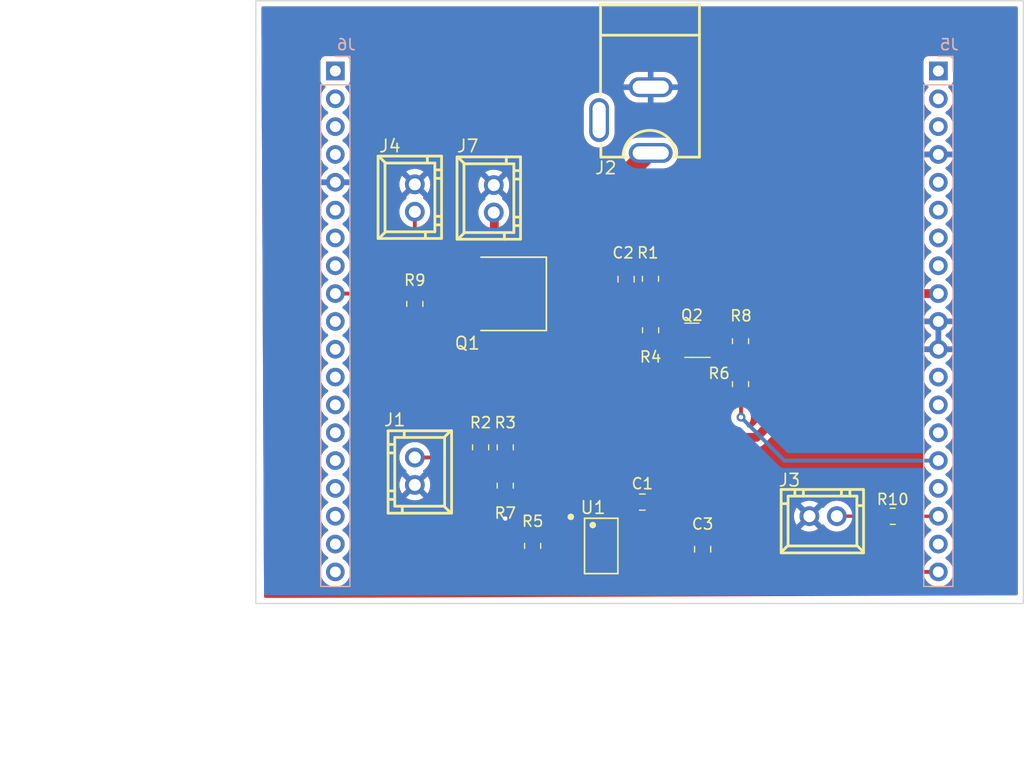
<source format=kicad_pcb>
(kicad_pcb (version 20211014) (generator pcbnew)
  (layers (0 "F.Cu" signal) (31 "B.Cu" signal) (34 "B.Paste" user) (35 "F.Paste" user) (36 "B.SilkS" user "B.Silkscreen") (37 "F.SilkS" user "F.Silkscreen") (38 "B.Mask" user) (39 "F.Mask" user) (44 "Edge.Cuts" user))
  (net 0 "")
  (net 1 "/+5V")
  (net 2 "GND")
  (net 3 "/Bat_In")
  (net 4 "Net-(C2-Pad2)")
  (net 5 "/PC0")
  (net 6 "/Va")
  (net 7 "Net-(J3-Pad1)")
  (net 8 "/PC11")
  (net 9 "/PD2")
  (net 10 "/E5V")
  (net 11 "/NC1")
  (net 12 "/IOREF")
  (net 13 "/RESET")
  (net 14 "/+3V3")
  (net 15 "/VIN")
  (net 16 "/PA0")
  (net 17 "/PA1")
  (net 18 "/PA4")
  (net 19 "/PB0")
  (net 20 "/PC1")
  (net 21 "/PC9")
  (net 22 "/PB8")
  (net 23 "/PB9")
  (net 24 "/AVDD")
  (net 25 "/PA5")
  (net 26 "/PA6")
  (net 27 "/PA7")
  (net 28 "/PB6")
  (net 29 "/PC7")
  (net 30 "/PA9")
  (net 31 "/PA8")
  (net 32 "/PB10")
  (net 33 "/PB4")
  (net 34 "/PB5")
  (net 35 "/PB3")
  (net 36 "/PA10")
  (net 37 "/PA2")
  (net 38 "/PA3")
  (net 39 "/HeaterV+")
  (net 40 "Net-(Q2-Pad1)")
  (net 41 "Net-(Q2-Pad3)")
  (net 42 "/Vb")
  (net 43 "Net-(R5-Pad1)")
  (net 44 "Net-(R5-Pad2)")
  (net 46 "/NC2")
  (footprint "Footprints:2 Pin Male Header" (layer "F.Cu") (at 151.738027 97.032842 180)
    (fp_text reference "J3" (at 1.988027 3.282842) (layer "F.SilkS") (effects (font (size 1.143 1.143) (thickness 0.152)) (justify right)))
    (fp_text value "LED Header Pins" hide)
    (fp_line (start -1.67 2.426) (end -1.67 1.842) (layer "F.SilkS") (width 0.254))
    (fp_line (start -3.08 -2.718) (end 3.194 -2.718) (layer "F.SilkS") (width 0.254))
    (fp_line (start -3.689 0.965) (end -3.105 0.965) (layer "F.SilkS") (width 0.254))
    (fp_line (start -3.08 1.829) (end -3.08 -2.692) (layer "F.SilkS") (width 0.254))
    (fp_line (start 3.778 -3.327) (end 3.778 -3.251) (layer "F.SilkS") (width 0.254))
    (fp_line (start -3.689 -3.353) (end 3.811 -3.353) (layer "F.SilkS") (width 0.254))
    (fp_line (start -2.445 2.413) (end -2.445 1.829) (layer "F.SilkS") (width 0.254))
    (fp_line (start -3.08 -2.692) (end -3.054 -2.692) (layer "F.SilkS") (width 0.254))
    (fp_line (start -3.671 2.438) (end 3.829 2.438) (layer "F.SilkS") (width 0.254))
    (fp_line (start -3.664 -3.251) (end -3.054 -2.642) (layer "F.SilkS") (width 0.254))
    (fp_line (start 3.194 -2.718) (end 3.194 1.829) (layer "F.SilkS") (width 0.254))
    (fp_line (start 3.194 1.829) (end -3.08 1.829) (layer "F.SilkS") (width 0.254))
    (fp_line (start 3.829 -3.353) (end 3.829 2.438) (layer "F.SilkS") (width 0.254))
    (fp_line (start 3.219 1.143) (end 3.804 1.143) (layer "F.SilkS") (width 0.254))
    (fp_line (start 1.797 2.413) (end 1.797 1.829) (layer "F.SilkS") (width 0.254))
    (fp_line (start 2.572 2.426) (end 2.572 1.842) (layer "F.SilkS") (width 0.254))
    (fp_line (start -3.689 -3.353) (end -3.689 2.447) (layer "F.SilkS") (width 0.254))
    (fp_line (start -3.664 -3.327) (end -3.664 -3.251) (layer "F.SilkS") (width 0.254))
    (fp_line (start 3.778 -3.251) (end 3.169 -2.642) (layer "F.SilkS") (width 0.254))
    (pad "1" thru_hole circle (at -1.251 0 180) (size 1.8 1.8) (drill 1.1) (layers *.Cu *.Paste *.Mask) (net 7 "Net-(J3-Pad1)"))
    (pad "2" thru_hole circle (at 1.251 0 180) (size 1.8 1.8) (drill 1.1) (layers *.Cu *.Paste *.Mask) (net 2 "GND"))
  )
  (footprint "Resistor_SMD:R_0805_2012Metric" (layer "F.Cu") (at 135.991937 75.370992 -90)
    (fp_text reference "R1" (at -2.370992 0.241937 180) (layer "F.SilkS"))
    (fp_text value "330k")
    (fp_line (start -0.227064 -0.735) (end 0.227064 -0.735) (layer "F.SilkS") (width 0.12))
    (fp_line (start -0.227064 0.735) (end 0.227064 0.735) (layer "F.SilkS") (width 0.12))
    (pad "1" smd roundrect (at -0.9125 0 270) (size 1.025 1.4) (layers "F.Cu" "F.Paste" "F.Mask") (roundrect_rratio 0.243902) (net 3 "/Bat_In"))
    (pad "2" smd roundrect (at 0.9125 0 270) (size 1.025 1.4) (layers "F.Cu" "F.Paste" "F.Mask") (roundrect_rratio 0.243902) (net 4 "Net-(C2-Pad2)"))
  )
  (footprint "Resistor_SMD:R_0805_2012Metric" (layer "F.Cu") (at 120.5 90.75 -90)
    (fp_text reference "R2" (at -2.25 0 180) (layer "F.SilkS"))
    (fp_text value "3.3k")
    (fp_line (start -0.227064 -0.735) (end 0.227064 -0.735) (layer "F.SilkS") (width 0.12))
    (fp_line (start -0.227064 0.735) (end 0.227064 0.735) (layer "F.SilkS") (width 0.12))
    (pad "1" smd roundrect (at -0.9125 0 270) (size 1.025 1.4) (layers "F.Cu" "F.Paste" "F.Mask") (roundrect_rratio 0.243902) (net 1 "/+5V"))
    (pad "2" smd roundrect (at 0.9125 0 270) (size 1.025 1.4) (layers "F.Cu" "F.Paste" "F.Mask") (roundrect_rratio 0.243902) (net 6 "/Va"))
  )
  (footprint "Resistor_SMD:R_0805_2012Metric" (layer "F.Cu") (at 144.206 84.979376 90)
    (fp_text reference "R6" (at 0.979376 -1.956 180) (layer "F.SilkS"))
    (fp_text value "10k")
    (fp_line (start -0.227064 0.735) (end 0.227064 0.735) (layer "F.SilkS") (width 0.12))
    (fp_line (start -0.227064 -0.735) (end 0.227064 -0.735) (layer "F.SilkS") (width 0.12))
    (pad "1" smd roundrect (at -0.9125 0 90) (size 1.025 1.4) (layers "F.Cu" "F.Paste" "F.Mask") (roundrect_rratio 0.243902) (net 17 "/PA1"))
    (pad "2" smd roundrect (at 0.9125 0 90) (size 1.025 1.4) (layers "F.Cu" "F.Paste" "F.Mask") (roundrect_rratio 0.243902) (net 40 "Net-(Q2-Pad1)"))
  )
  (footprint "Footprints:INA826AIDR Instrumentation Amplifier" (layer "F.Cu") (at 131.5 99.75 -90)
    (fp_text reference "U1" (at -3.5 -0.5 180) (layer "F.SilkS") (effects (font (size 1.143 1.143) (thickness 0.152)) (justify right)))
    (fp_text value "INA826AIDR" hide)
    (fp_line (start -2.526 1.521) (end -2.526 -1.521) (layer "F.SilkS") (width 0.152))
    (fp_line (start 2.526 1.521) (end -2.526 1.521) (layer "F.SilkS") (width 0.152))
    (fp_line (start 2.526 -1.521) (end 2.526 1.521) (layer "F.SilkS") (width 0.152))
    (fp_line (start -2.526 -1.521) (end 2.526 -1.521) (layer "F.SilkS") (width 0.152))
    (fp_circle (center -2.652 2.772) (end -2.501 2.772) (layer "F.SilkS") (width 0.3) (fill none))
    (fp_circle (center -1.905 0.769) (end -1.755 0.769) (layer "F.SilkS") (width 0.3) (fill none))
    (pad "1" smd oval (at -1.905 2.772 270) (size 0.588 2.045) (layers "F.Cu" "F.Paste" "F.Mask") (net 42 "/Vb"))
    (pad "2" smd oval (at -0.635 2.772 270) (size 0.588 2.045) (layers "F.Cu" "F.Paste" "F.Mask") (net 43 "Net-(R5-Pad1)"))
    (pad "3" smd oval (at 0.635 2.772 270) (size 0.588 2.045) (layers "F.Cu" "F.Paste" "F.Mask") (net 44 "Net-(R5-Pad2)"))
    (pad "4" smd oval (at 1.905 2.772 270) (size 0.588 2.045) (layers "F.Cu" "F.Paste" "F.Mask") (net 6 "/Va"))
    (pad "5" smd oval (at 1.905 -2.772 270) (size 0.588 2.045) (layers "F.Cu" "F.Paste" "F.Mask") (net 2 "GND"))
    (pad "6" smd oval (at 0.635 -2.772 270) (size 0.588 2.045) (layers "F.Cu" "F.Paste" "F.Mask") (net 2 "GND"))
    (pad "7" smd oval (at -0.635 -2.772 270) (size 0.588 2.045) (layers "F.Cu" "F.Paste" "F.Mask") (net 5 "/PC0"))
    (pad "8" smd oval (at -1.905 -2.772 270) (size 0.588 2.045) (layers "F.Cu" "F.Paste" "F.Mask") (net 1 "/+5V"))
  )
  (footprint "Resistor_SMD:R_0805_2012Metric" (layer "F.Cu") (at 144.206 81.066876 90)
    (fp_text reference "R8" (at 2.316876 0.044 180) (layer "F.SilkS"))
    (fp_text value "100k")
    (fp_line (start -0.227064 0.735) (end 0.227064 0.735) (layer "F.SilkS") (width 0.12))
    (fp_line (start -0.227064 -0.735) (end 0.227064 -0.735) (layer "F.SilkS") (width 0.12))
    (pad "1" smd roundrect (at -0.9125 0 90) (size 1.025 1.4) (layers "F.Cu" "F.Paste" "F.Mask") (roundrect_rratio 0.243902) (net 40 "Net-(Q2-Pad1)"))
    (pad "2" smd roundrect (at 0.9125 0 90) (size 1.025 1.4) (layers "F.Cu" "F.Paste" "F.Mask") (roundrect_rratio 0.243902) (net 2 "GND"))
  )
  (footprint "Resistor_SMD:R_0805_2012Metric" (layer "F.Cu") (at 114.5 77.6625 90)
    (fp_text reference "R9" (at 2.1625 0 180) (layer "F.SilkS"))
    (fp_text value "1.8k")
    (fp_line (start -0.227064 -0.735) (end 0.227064 -0.735) (layer "F.SilkS") (width 0.12))
    (fp_line (start -0.227064 0.735) (end 0.227064 0.735) (layer "F.SilkS") (width 0.12))
    (pad "1" smd roundrect (at -0.9125 0 90) (size 1.025 1.4) (layers "F.Cu" "F.Paste" "F.Mask") (roundrect_rratio 0.243902) (net 1 "/+5V"))
    (pad "2" smd roundrect (at 0.9125 0 90) (size 1.025 1.4) (layers "F.Cu" "F.Paste" "F.Mask") (roundrect_rratio 0.243902) (net 28 "/PB6"))
  )
  (footprint "Capacitor_SMD:C_0805_2012Metric" (layer "F.Cu") (at 140.75 100.05 -90)
    (fp_text reference "C3" (at -2.3 0 180) (layer "F.SilkS"))
    (fp_text value "100n")
    (fp_line (start -0.261252 0.735) (end 0.261252 0.735) (layer "F.SilkS") (width 0.12))
    (fp_line (start -0.261252 -0.735) (end 0.261252 -0.735) (layer "F.SilkS") (width 0.12))
    (pad "1" smd roundrect (at -0.95 0 270) (size 1 1.45) (layers "F.Cu" "F.Paste" "F.Mask") (net 5 "/PC0"))
    (pad "2" smd roundrect (at 0.95 0 270) (size 1 1.45) (layers "F.Cu" "F.Paste" "F.Mask") (net 2 "GND"))
  )
  (footprint "Resistor_SMD:R_0805_2012Metric" (layer "F.Cu") (at 122.75 94.25 -90)
    (fp_text reference "R7" (at 2.5 0 180) (layer "F.SilkS"))
    (fp_text value "91")
    (fp_line (start -0.227064 -0.735) (end 0.227064 -0.735) (layer "F.SilkS") (width 0.12))
    (fp_line (start -0.227064 0.735) (end 0.227064 0.735) (layer "F.SilkS") (width 0.12))
    (pad "1" smd roundrect (at -0.9125 0 270) (size 1.025 1.4) (layers "F.Cu" "F.Paste" "F.Mask") (roundrect_rratio 0.243902) (net 42 "/Vb"))
    (pad "2" smd roundrect (at 0.9125 0 270) (size 1.025 1.4) (layers "F.Cu" "F.Paste" "F.Mask") (roundrect_rratio 0.243902) (net 2 "GND"))
  )
  (footprint "Package_TO_SOT_SMD:SOT-23" (layer "F.Cu") (at 139.7685 80.979376 180)
    (fp_text reference "Q2" (at -0.006821 2.285015) (layer "F.SilkS"))
    (fp_text value "2N7002")
    (fp_line (start 0 1.56) (end -0.65 1.56) (layer "F.SilkS") (width 0.12))
    (fp_line (start 0 -1.56) (end -1.675 -1.56) (layer "F.SilkS") (width 0.12))
    (fp_line (start 0 1.56) (end 0.65 1.56) (layer "F.SilkS") (width 0.12))
    (fp_line (start 0 -1.56) (end 0.65 -1.56) (layer "F.SilkS") (width 0.12))
    (pad "1" smd roundrect (at -0.9375 -0.95 180) (size 1.475 0.6) (layers "F.Cu" "F.Paste" "F.Mask") (net 40 "Net-(Q2-Pad1)"))
    (pad "2" smd roundrect (at -0.9375 0.95 180) (size 1.475 0.6) (layers "F.Cu" "F.Paste" "F.Mask") (net 2 "GND"))
    (pad "3" smd roundrect (at 0.9375 0 180) (size 1.475 0.6) (layers "F.Cu" "F.Paste" "F.Mask") (net 41 "Net-(Q2-Pad3)"))
  )
  (footprint "Footprints:2 Pin Male Header" (layer "F.Cu") (at 121.703 68.07 90)
    (fp_text reference "J7" (at 4.82 -3.453 180) (layer "F.SilkS") (effects (font (size 1.143 1.143) (thickness 0.152)) (justify left)))
    (fp_text value "Heater Header Pins" hide)
    (fp_line (start -3.664 -3.327) (end -3.664 -3.251) (layer "F.SilkS") (width 0.254))
    (fp_line (start 3.194 -2.718) (end 3.194 1.829) (layer "F.SilkS") (width 0.254))
    (fp_line (start -3.08 -2.692) (end -3.054 -2.692) (layer "F.SilkS") (width 0.254))
    (fp_line (start 3.778 -3.327) (end 3.778 -3.251) (layer "F.SilkS") (width 0.254))
    (fp_line (start 3.219 1.143) (end 3.804 1.143) (layer "F.SilkS") (width 0.254))
    (fp_line (start -3.664 -3.251) (end -3.054 -2.642) (layer "F.SilkS") (width 0.254))
    (fp_line (start -3.689 -3.353) (end -3.689 2.447) (layer "F.SilkS") (width 0.254))
    (fp_line (start -2.445 2.413) (end -2.445 1.829) (layer "F.SilkS") (width 0.254))
    (fp_line (start -3.671 2.438) (end 3.829 2.438) (layer "F.SilkS") (width 0.254))
    (fp_line (start -3.08 1.829) (end -3.08 -2.692) (layer "F.SilkS") (width 0.254))
    (fp_line (start -1.67 2.426) (end -1.67 1.842) (layer "F.SilkS") (width 0.254))
    (fp_line (start 3.194 1.829) (end -3.08 1.829) (layer "F.SilkS") (width 0.254))
    (fp_line (start -3.689 0.965) (end -3.105 0.965) (layer "F.SilkS") (width 0.254))
    (fp_line (start 3.778 -3.251) (end 3.169 -2.642) (layer "F.SilkS") (width 0.254))
    (fp_line (start -3.689 -3.353) (end 3.811 -3.353) (layer "F.SilkS") (width 0.254))
    (fp_line (start 2.572 2.426) (end 2.572 1.842) (layer "F.SilkS") (width 0.254))
    (fp_line (start -3.08 -2.718) (end 3.194 -2.718) (layer "F.SilkS") (width 0.254))
    (fp_line (start 3.829 -3.353) (end 3.829 2.438) (layer "F.SilkS") (width 0.254))
    (fp_line (start 1.797 2.413) (end 1.797 1.829) (layer "F.SilkS") (width 0.254))
    (pad "1" thru_hole circle (at -1.251 0 90) (size 1.8 1.8) (drill 1.1) (layers *.Cu *.Paste *.Mask) (net 39 "/HeaterV+"))
    (pad "2" thru_hole circle (at 1.251 0 90) (size 1.8 1.8) (drill 1.1) (layers *.Cu *.Paste *.Mask) (net 2 "GND"))
  )
  (footprint "Footprints:DC Jack 5A" (layer "F.Cu") (at 133.664 60.884 -90)
    (fp_text reference "J2" (at 4.366 0.664 180) (layer "F.SilkS") (effects (font (size 1.143 1.143) (thickness 0.152)) (justify right)))
    (fp_text value "Barrel_Jack" hide)
    (fp_line (start 3.38 2.195) (end 2.22 2.195) (layer "F.SilkS") (width 0.254))
    (fp_line (start 3.38 -0.187) (end 3.38 2.195) (layer "F.SilkS") (width 0.254))
    (fp_line (start 3.38 -6.797) (end -10.541 -6.797) (layer "F.SilkS") (width 0.254))
    (fp_line (start -7.747 -6.797) (end -7.747 2.203) (layer "F.SilkS") (width 0.254))
    (fp_line (start 3.38 -6.797) (end 3.38 -4.517) (layer "F.SilkS") (width 0.254))
    (fp_line (start -10.541 -6.797) (end -10.541 2.225) (layer "F.SilkS") (width 0.254))
    (fp_line (start -10.541 2.225) (end -2.286 2.225) (layer "F.SilkS") (width 0.254))
    (fp_arc (start 3.38 0.176) (mid 0.947987 -2.264122) (end 3.380243 -4.704001) (layer "F.SilkS") (width 0.254))
    (pad "1" thru_hole oval (at 3 -2.352 180) (size 4 1.8) (drill oval 3.3 1.2) (layers *.Cu *.Paste *.Mask) (net 3 "/Bat_In"))
    (pad "2" thru_hole oval (at -3 -2.352 180) (size 4 1.8) (drill oval 3.3 1.2) (layers *.Cu *.Paste *.Mask) (net 2 "GND"))
    (pad "3" thru_hole oval (at 0 2.352 270) (size 4 1.8) (drill oval 3.3 1.2) (layers *.Cu *.Paste *.Mask))
  )
  (footprint "Footprints:2 Pin Male Header" (layer "F.Cu") (at 114.5 92.93 -90)
    (fp_text reference "J1" (at -4.68 0.75 180) (layer "F.SilkS") (effects (font (size 1.143 1.143) (thickness 0.152)) (justify right)))
    (fp_text value "PT100 Header Pins" hide)
    (fp_line (start -3.689 -3.353) (end -3.689 2.447) (layer "F.SilkS") (width 0.254))
    (fp_line (start 3.778 -3.251) (end 3.169 -2.642) (layer "F.SilkS") (width 0.254))
    (fp_line (start -1.67 2.426) (end -1.67 1.842) (layer "F.SilkS") (width 0.254))
    (fp_line (start -2.445 2.413) (end -2.445 1.829) (layer "F.SilkS") (width 0.254))
    (fp_line (start -3.664 -3.251) (end -3.054 -2.642) (layer "F.SilkS") (width 0.254))
    (fp_line (start 3.219 1.143) (end 3.804 1.143) (layer "F.SilkS") (width 0.254))
    (fp_line (start -3.664 -3.327) (end -3.664 -3.251) (layer "F.SilkS") (width 0.254))
    (fp_line (start 2.572 2.426) (end 2.572 1.842) (layer "F.SilkS") (width 0.254))
    (fp_line (start 3.778 -3.327) (end 3.778 -3.251) (layer "F.SilkS") (width 0.254))
    (fp_line (start -3.689 0.965) (end -3.105 0.965) (layer "F.SilkS") (width 0.254))
    (fp_line (start -3.671 2.438) (end 3.829 2.438) (layer "F.SilkS") (width 0.254))
    (fp_line (start -3.08 -2.718) (end 3.194 -2.718) (layer "F.SilkS") (width 0.254))
    (fp_line (start -3.689 -3.353) (end 3.811 -3.353) (layer "F.SilkS") (width 0.254))
    (fp_line (start 1.797 2.413) (end 1.797 1.829) (layer "F.SilkS") (width 0.254))
    (fp_line (start 3.829 -3.353) (end 3.829 2.438) (layer "F.SilkS") (width 0.254))
    (fp_line (start 3.194 1.829) (end -3.08 1.829) (layer "F.SilkS") (width 0.254))
    (fp_line (start 3.194 -2.718) (end 3.194 1.829) (layer "F.SilkS") (width 0.254))
    (fp_line (start -3.08 1.829) (end -3.08 -2.692) (layer "F.SilkS") (width 0.254))
    (fp_line (start -3.08 -2.692) (end -3.054 -2.692) (layer "F.SilkS") (width 0.254))
    (pad "1" thru_hole circle (at -1.251 0 270) (size 1.8 1.8) (drill 1.1) (layers *.Cu *.Paste *.Mask) (net 6 "/Va"))
    (pad "2" thru_hole circle (at 1.251 0 270) (size 1.8 1.8) (drill 1.1) (layers *.Cu *.Paste *.Mask) (net 2 "GND"))
  )
  (footprint "Capacitor_SMD:C_0805_2012Metric" (layer "F.Cu") (at 133.766078 75.406945 -90)
    (fp_text reference "C2" (at -2.406945 0.266078 180) (layer "F.SilkS"))
    (fp_text value "100n")
    (fp_line (start -0.261252 0.735) (end 0.261252 0.735) (layer "F.SilkS") (width 0.12))
    (fp_line (start -0.261252 -0.735) (end 0.261252 -0.735) (layer "F.SilkS") (width 0.12))
    (pad "1" smd roundrect (at -0.95 0 270) (size 1 1.45) (layers "F.Cu" "F.Paste" "F.Mask") (net 3 "/Bat_In"))
    (pad "2" smd roundrect (at 0.95 0 270) (size 1 1.45) (layers "F.Cu" "F.Paste" "F.Mask") (net 4 "Net-(C2-Pad2)"))
  )
  (footprint "Footprints:NCE30P30K P channel MOSFET" (layer "F.Cu") (at 125.042 76.75 180)
    (fp_text reference "Q1" (at 4.511 -4.5) (layer "F.SilkS") (effects (font (size 1.143 1.143) (thickness 0.152)) (justify right)))
    (fp_text value "NCE30P30K" hide)
    (fp_line (start 4.511 3.353) (end -1.456 3.353) (layer "F.SilkS") (width 0.152))
    (fp_line (start 4.511 -3.34) (end -1.456 -3.34) (layer "F.SilkS") (width 0.152))
    (fp_line (start -1.456 -3.34) (end -1.456 3.353) (layer "F.SilkS") (width 0.152))
    (pad "1" smd rect (at -3.292 -2.273 180) (size 2.8 1.3) (layers "F.Cu" "F.Paste" "F.Mask") (net 4 "Net-(C2-Pad2)"))
    (pad "2" smd rect (at 3.292 0 180) (size 6.5 6) (layers "F.Cu" "F.Paste" "F.Mask") (net 39 "/HeaterV+"))
    (pad "3" smd rect (at -3.292 2.273 180) (size 2.8 1.3) (layers "F.Cu" "F.Paste" "F.Mask") (net 3 "/Bat_In"))
  )
  (footprint "Footprints:2 Pin Male Header" (layer "F.Cu") (at 114.5 68 90)
    (fp_text reference "J4" (at 4.75 -3.353 180) (layer "F.SilkS") (effects (font (size 1.143 1.143) (thickness 0.152)) (justify left)))
    (fp_text value "Switch Header Pins" hide)
    (fp_line (start 3.778 -3.327) (end 3.778 -3.251) (layer "F.SilkS") (width 0.254))
    (fp_line (start -3.08 1.829) (end -3.08 -2.692) (layer "F.SilkS") (width 0.254))
    (fp_line (start -3.689 -3.353) (end -3.689 2.447) (layer "F.SilkS") (width 0.254))
    (fp_line (start -3.664 -3.251) (end -3.054 -2.642) (layer "F.SilkS") (width 0.254))
    (fp_line (start 2.572 2.426) (end 2.572 1.842) (layer "F.SilkS") (width 0.254))
    (fp_line (start -3.689 -3.353) (end 3.811 -3.353) (layer "F.SilkS") (width 0.254))
    (fp_line (start -1.67 2.426) (end -1.67 1.842) (layer "F.SilkS") (width 0.254))
    (fp_line (start 3.829 -3.353) (end 3.829 2.438) (layer "F.SilkS") (width 0.254))
    (fp_line (start 1.797 2.413) (end 1.797 1.829) (layer "F.SilkS") (width 0.254))
    (fp_line (start 3.194 1.829) (end -3.08 1.829) (layer "F.SilkS") (width 0.254))
    (fp_line (start -3.08 -2.692) (end -3.054 -2.692) (layer "F.SilkS") (width 0.254))
    (fp_line (start 3.219 1.143) (end 3.804 1.143) (layer "F.SilkS") (width 0.254))
    (fp_line (start 3.778 -3.251) (end 3.169 -2.642) (layer "F.SilkS") (width 0.254))
    (fp_line (start -3.664 -3.327) (end -3.664 -3.251) (layer "F.SilkS") (width 0.254))
    (fp_line (start 3.194 -2.718) (end 3.194 1.829) (layer "F.SilkS") (width 0.254))
    (fp_line (start -3.671 2.438) (end 3.829 2.438) (layer "F.SilkS") (width 0.254))
    (fp_line (start -2.445 2.413) (end -2.445 1.829) (layer "F.SilkS") (width 0.254))
    (fp_line (start -3.689 0.965) (end -3.105 0.965) (layer "F.SilkS") (width 0.254))
    (fp_line (start -3.08 -2.718) (end 3.194 -2.718) (layer "F.SilkS") (width 0.254))
    (pad "1" thru_hole circle (at -1.251 0 90) (size 1.8 1.8) (drill 1.1) (layers *.Cu *.Paste *.Mask) (net 28 "/PB6"))
    (pad "2" thru_hole circle (at 1.251 0 90) (size 1.8 1.8) (drill 1.1) (layers *.Cu *.Paste *.Mask) (net 2 "GND"))
  )
  (footprint "Resistor_SMD:R_0805_2012Metric" (layer "F.Cu") (at 125.244295 99.75 -90)
    (fp_text reference "R5" (at -2.25 -0.005705 180) (layer "F.SilkS"))
    (fp_text value "300")
    (fp_line (start -0.227064 0.735) (end 0.227064 0.735) (layer "F.SilkS") (width 0.12))
    (fp_line (start -0.227064 -0.735) (end 0.227064 -0.735) (layer "F.SilkS") (width 0.12))
    (pad "1" smd roundrect (at -0.9125 0 270) (size 1.025 1.4) (layers "F.Cu" "F.Paste" "F.Mask") (roundrect_rratio 0.243902) (net 43 "Net-(R5-Pad1)"))
    (pad "2" smd roundrect (at 0.9125 0 270) (size 1.025 1.4) (layers "F.Cu" "F.Paste" "F.Mask") (roundrect_rratio 0.243902) (net 44 "Net-(R5-Pad2)"))
  )
  (footprint "Resistor_SMD:R_0805_2012Metric" (layer "F.Cu") (at 122.75 90.75 -90)
    (fp_text reference "R3" (at -2.25 0 180) (layer "F.SilkS"))
    (fp_text value "3.3k")
    (fp_line (start -0.227064 0.735) (end 0.227064 0.735) (layer "F.SilkS") (width 0.12))
    (fp_line (start -0.227064 -0.735) (end 0.227064 -0.735) (layer "F.SilkS") (width 0.12))
    (pad "1" smd roundrect (at -0.9125 0 270) (size 1.025 1.4) (layers "F.Cu" "F.Paste" "F.Mask") (roundrect_rratio 0.243902) (net 1 "/+5V"))
    (pad "2" smd roundrect (at 0.9125 0 270) (size 1.025 1.4) (layers "F.Cu" "F.Paste" "F.Mask") (roundrect_rratio 0.243902) (net 42 "/Vb"))
  )
  (footprint "Capacitor_SMD:C_0805_2012Metric" (layer "F.Cu") (at 135.25 95.75)
    (fp_text reference "C1" (at 0 -1.68) (layer "F.SilkS"))
    (fp_text value "100n")
    (fp_line (start -0.261252 -0.735) (end 0.261252 -0.735) (layer "F.SilkS") (width 0.12))
    (fp_line (start -0.261252 0.735) (end 0.261252 0.735) (layer "F.SilkS") (width 0.12))
    (pad "1" smd roundrect (at -0.95 0) (size 1 1.45) (layers "F.Cu" "F.Paste" "F.Mask") (net 1 "/+5V"))
    (pad "2" smd roundrect (at 0.95 0) (size 1 1.45) (layers "F.Cu" "F.Paste" "F.Mask") (net 2 "GND"))
  )
  (footprint "Resistor_SMD:R_0805_2012Metric" (layer "F.Cu") (at 158.0875 97.047 180)
    (fp_text reference "R10" (at 0 1.547) (layer "F.SilkS"))
    (fp_text value "1.8k")
    (fp_line (start -0.227064 -0.735) (end 0.227064 -0.735) (layer "F.SilkS") (width 0.12))
    (fp_line (start -0.227064 0.735) (end 0.227064 0.735) (layer "F.SilkS") (width 0.12))
    (pad "1" smd roundrect (at -0.9125 0 180) (size 1.025 1.4) (layers "F.Cu" "F.Paste" "F.Mask") (roundrect_rratio 0.243902) (net 19 "/PB0"))
    (pad "2" smd roundrect (at 0.9125 0 180) (size 1.025 1.4) (layers "F.Cu" "F.Paste" "F.Mask") (roundrect_rratio 0.243902) (net 7 "Net-(J3-Pad1)"))
  )
  (footprint "Resistor_SMD:R_0805_2012Metric" (layer "F.Cu") (at 136.003559 80.068582 -90)
    (fp_text reference "R4" (at 2.431418 0.003559 180) (layer "F.SilkS"))
    (fp_text value "82k")
    (fp_line (start -0.227064 0.735) (end 0.227064 0.735) (layer "F.SilkS") (width 0.12))
    (fp_line (start -0.227064 -0.735) (end 0.227064 -0.735) (layer "F.SilkS") (width 0.12))
    (pad "1" smd roundrect (at -0.9125 0 270) (size 1.025 1.4) (layers "F.Cu" "F.Paste" "F.Mask") (roundrect_rratio 0.243902) (net 4 "Net-(C2-Pad2)"))
    (pad "2" smd roundrect (at 0.9125 0 270) (size 1.025 1.4) (layers "F.Cu" "F.Paste" "F.Mask") (roundrect_rratio 0.243902) (net 41 "Net-(Q2-Pad3)"))
  )
  (footprint "Connector_PinHeader_2.54mm:PinHeader_1x19_P2.54mm_Vertical" (layer "B.Cu") (at 107.25 56.4 180)
    (fp_text reference "J6" (at -1 2.4) (layer "B.SilkS") (effects (justify mirror)))
    (fp_text value "Conn_01x19_Female")
    (fp_line (start -1.33 -47.05) (end 1.33 -47.05) (layer "B.SilkS") (width 0.12))
    (fp_line (start -1.33 1.33) (end 0 1.33) (layer "B.SilkS") (width 0.12))
    (fp_line (start 1.33 -1.27) (end 1.33 -47.05) (layer "B.SilkS") (width 0.12))
    (fp_line (start -1.33 -1.27) (end -1.33 -47.05) (layer "B.SilkS") (width 0.12))
    (fp_line (start -1.33 -1.27) (end 1.33 -1.27) (layer "B.SilkS") (width 0.12))
    (fp_line (start -1.33 0) (end -1.33 1.33) (layer "B.SilkS") (width 0.12))
    (pad "1" thru_hole rect (at 0 0 180) (size 1.7 1.7) (drill 1) (layers *.Cu *.Mask) (net 21 "/PC9"))
    (pad "2" thru_hole oval (at 0 -2.54 180) (size 1.7 1.7) (drill 1) (layers *.Cu *.Mask) (net 22 "/PB8"))
    (pad "3" thru_hole oval (at 0 -5.08 180) (size 1.7 1.7) (drill 1) (layers *.Cu *.Mask) (net 23 "/PB9"))
    (pad "4" thru_hole oval (at 0 -7.62 180) (size 1.7 1.7) (drill 1) (layers *.Cu *.Mask) (net 24 "/AVDD"))
    (pad "5" thru_hole oval (at 0 -10.16 180) (size 1.7 1.7) (drill 1) (layers *.Cu *.Mask) (net 2 "GND"))
    (pad "6" thru_hole oval (at 0 -12.7 180) (size 1.7 1.7) (drill 1) (layers *.Cu *.Mask) (net 25 "/PA5"))
    (pad "7" thru_hole oval (at 0 -15.24 180) (size 1.7 1.7) (drill 1) (layers *.Cu *.Mask) (net 26 "/PA6"))
    (pad "8" thru_hole oval (at 0 -17.78 180) (size 1.7 1.7) (drill 1) (layers *.Cu *.Mask) (net 27 "/PA7"))
    (pad "9" thru_hole oval (at 0 -20.32 180) (size 1.7 1.7) (drill 1) (layers *.Cu *.Mask) (net 28 "/PB6"))
    (pad "10" thru_hole oval (at 0 -22.86 180) (size 1.7 1.7) (drill 1) (layers *.Cu *.Mask) (net 29 "/PC7"))
    (pad "11" thru_hole oval (at 0 -25.4 180) (size 1.7 1.7) (drill 1) (layers *.Cu *.Mask) (net 30 "/PA9"))
    (pad "12" thru_hole oval (at 0 -27.94 180) (size 1.7 1.7) (drill 1) (layers *.Cu *.Mask) (net 31 "/PA8"))
    (pad "13" thru_hole oval (at 0 -30.48 180) (size 1.7 1.7) (drill 1) (layers *.Cu *.Mask) (net 32 "/PB10"))
    (pad "14" thru_hole oval (at 0 -33.02 180) (size 1.7 1.7) (drill 1) (layers *.Cu *.Mask) (net 33 "/PB4"))
    (pad "15" thru_hole oval (at 0 -35.56 180) (size 1.7 1.7) (drill 1) (layers *.Cu *.Mask) (net 34 "/PB5"))
    (pad "16" thru_hole oval (at 0 -38.1 180) (size 1.7 1.7) (drill 1) (layers *.Cu *.Mask) (net 35 "/PB3"))
    (pad "17" thru_hole oval (at 0 -40.64 180) (size 1.7 1.7) (drill 1) (layers *.Cu *.Mask) (net 36 "/PA10"))
    (pad "18" thru_hole oval (at 0 -43.18 180) (size 1.7 1.7) (drill 1) (layers *.Cu *.Mask) (net 37 "/PA2"))
    (pad "19" thru_hole oval (at 0 -45.72 180) (size 1.7 1.7) (drill 1) (layers *.Cu *.Mask) (net 38 "/PA3"))
  )
  (footprint "Connector_PinHeader_2.54mm:PinHeader_1x19_P2.54mm_Vertical" (layer "B.Cu") (at 162.25 56.4 180)
    (fp_text reference "J5" (at -1 2.4) (layer "B.SilkS") (effects (justify mirror)))
    (fp_text value "Conn_01x19_Female")
    (fp_line (start 1.33 -1.27) (end 1.33 -47.05) (layer "B.SilkS") (width 0.12))
    (fp_line (start -1.33 -47.05) (end 1.33 -47.05) (layer "B.SilkS") (width 0.12))
    (fp_line (start -1.33 -1.27) (end -1.33 -47.05) (layer "B.SilkS") (width 0.12))
    (fp_line (start -1.33 -1.27) (end 1.33 -1.27) (layer "B.SilkS") (width 0.12))
    (fp_line (start -1.33 1.33) (end 0 1.33) (layer "B.SilkS") (width 0.12))
    (fp_line (start -1.33 0) (end -1.33 1.33) (layer "B.SilkS") (width 0.12))
    (pad "1" thru_hole rect (at 0 0 180) (size 1.7 1.7) (drill 1) (layers *.Cu *.Mask) (net 8 "/PC11"))
    (pad "2" thru_hole oval (at 0 -2.54 180) (size 1.7 1.7) (drill 1) (layers *.Cu *.Mask) (net 9 "/PD2"))
    (pad "3" thru_hole oval (at 0 -5.08 180) (size 1.7 1.7) (drill 1) (layers *.Cu *.Mask) (net 10 "/E5V"))
    (pad "4" thru_hole oval (at 0 -7.62 180) (size 1.7 1.7) (drill 1) (layers *.Cu *.Mask) (net 2 "GND"))
    (pad "5" thru_hole oval (at 0 -10.16 180) (size 1.7 1.7) (drill 1) (layers *.Cu *.Mask) (net 11 "/NC1"))
    (pad "6" thru_hole oval (at 0 -12.7 180) (size 1.7 1.7) (drill 1) (layers *.Cu *.Mask) (net 12 "/IOREF"))
    (pad "7" thru_hole oval (at 0 -15.24 180) (size 1.7 1.7) (drill 1) (layers *.Cu *.Mask) (net 13 "/RESET"))
    (pad "8" thru_hole oval (at 0 -17.78 180) (size 1.7 1.7) (drill 1) (layers *.Cu *.Mask) (net 14 "/+3V3"))
    (pad "9" thru_hole oval (at 0 -20.32 180) (size 1.7 1.7) (drill 1) (layers *.Cu *.Mask) (net 1 "/+5V"))
    (pad "10" thru_hole oval (at 0 -22.86 180) (size 1.7 1.7) (drill 1) (layers *.Cu *.Mask) (net 2 "GND"))
    (pad "11" thru_hole oval (at 0 -25.4 180) (size 1.7 1.7) (drill 1) (layers *.Cu *.Mask) (net 2 "GND"))
    (pad "12" thru_hole oval (at 0 -27.94 180) (size 1.7 1.7) (drill 1) (layers *.Cu *.Mask) (net 15 "/VIN"))
    (pad "13" thru_hole oval (at 0 -30.48 180) (size 1.7 1.7) (drill 1) (layers *.Cu *.Mask) (net 46 "/NC2"))
    (pad "14" thru_hole oval (at 0 -33.02 180) (size 1.7 1.7) (drill 1) (layers *.Cu *.Mask) (net 16 "/PA0"))
    (pad "15" thru_hole oval (at 0 -35.56 180) (size 1.7 1.7) (drill 1) (layers *.Cu *.Mask) (net 17 "/PA1"))
    (pad "16" thru_hole oval (at 0 -38.1 180) (size 1.7 1.7) (drill 1) (layers *.Cu *.Mask) (net 18 "/PA4"))
    (pad "17" thru_hole oval (at 0 -40.64 180) (size 1.7 1.7) (drill 1) (layers *.Cu *.Mask) (net 19 "/PB0"))
    (pad "18" thru_hole oval (at 0 -43.18 180) (size 1.7 1.7) (drill 1) (layers *.Cu *.Mask) (net 20 "/PC1"))
    (pad "19" thru_hole oval (at 0 -45.72 180) (size 1.7 1.7) (drill 1) (layers *.Cu *.Mask) (net 5 "/PC0"))
  )
  (gr_rect (start 100 50) (end 170 105) (layer "Edge.Cuts") (width 0.1) (fill none))
  (segment (start 114.5 85.0875) (end 119.25 89.8375) (width 0.8) (layer "F.Cu") (net 1))
  (segment (start 145.6625 89.8375) (end 134.4125 89.8375) (width 0.8) (layer "F.Cu") (net 1))
  (segment (start 134.272 95.778) (end 134.3 95.75) (width 0.8) (layer "F.Cu") (net 1))
  (segment (start 134.272 97.845) (end 134.272 95.778) (width 0.8) (layer "F.Cu") (net 1))
  (segment (start 134.4125 89.8375) (end 119.25 89.8375) (width 0.8) (layer "F.Cu") (net 1))
  (segment (start 134.3 89.95) (end 134.4125 89.8375) (width 0.8) (layer "F.Cu") (net 1))
  (segment (start 134.3 95.75) (end 134.3 89.95) (width 0.8) (layer "F.Cu") (net 1))
  (segment (start 114.5 78.575) (end 114.5 85.0875) (width 0.8) (layer "F.Cu") (net 1))
  (segment (start 162.25 76.72) (end 158.78 76.72) (width 0.8) (layer "F.Cu") (net 1))
  (segment (start 158.78 76.72) (end 145.6625 89.8375) (width 0.8) (layer "F.Cu") (net 1))
  (segment (start 134.272 100.385) (end 134.272 101.655) (width 0.35) (layer "F.Cu") (net 2))
  (via (at 122.75 97.25) (size 0.8) (drill 0.4) (layers "F.Cu" "B.Cu") (net 2))
  (segment (start 133.766078 74.456945) (end 128.354055 74.456945) (width 0.8) (layer "F.Cu") (net 3))
  (segment (start 136.016 63.884) (end 135.766 63.884) (width 1.7) (layer "F.Cu") (net 3))
  (segment (start 128.334 74.477) (end 128.334 71.316) (width 1.7) (layer "F.Cu") (net 3))
  (segment (start 135.991937 63.908063) (end 136.016 63.884) (width 1.7) (layer "F.Cu") (net 3))
  (segment (start 128.354055 74.456945) (end 128.334 74.477) (width 0.8) (layer "F.Cu") (net 3))
  (segment (start 135.991937 74.458492) (end 133.767625 74.458492) (width 0.8) (layer "F.Cu") (net 3))
  (segment (start 135.766 63.884) (end 128.334 71.316) (width 1.7) (layer "F.Cu") (net 3))
  (segment (start 133.767625 74.458492) (end 133.766078 74.456945) (width 0.8) (layer "F.Cu") (net 3))
  (segment (start 136.003559 76.295114) (end 135.991937 76.283492) (width 0.8) (layer "F.Cu") (net 4))
  (segment (start 128.467082 79.156082) (end 128.334 79.023) (width 0.8) (layer "F.Cu") (net 4))
  (segment (start 136.003559 79.156082) (end 128.467082 79.156082) (width 0.8) (layer "F.Cu") (net 4))
  (segment (start 133.766078 76.356945) (end 135.918484 76.356945) (width 0.8) (layer "F.Cu") (net 4))
  (segment (start 136.003559 79.156082) (end 136.003559 76.295114) (width 0.8) (layer "F.Cu") (net 4))
  (segment (start 135.918484 76.356945) (end 135.991937 76.283492) (width 0.8) (layer "F.Cu") (net 4))
  (segment (start 146.37 102.12) (end 162.25 102.12) (width 0.35) (layer "F.Cu") (net 5))
  (segment (start 134.272 99.115) (end 140.735 99.115) (width 0.3) (layer "F.Cu") (net 5))
  (segment (start 140.75 99.1) (end 143.35 99.1) (width 0.35) (layer "F.Cu") (net 5))
  (segment (start 143.35 99.1) (end 146.37 102.12) (width 0.35) (layer "F.Cu") (net 5))
  (segment (start 140.735 99.115) (end 140.75 99.1) (width 0.3) (layer "F.Cu") (net 5))
  (segment (start 120.4835 91.679) (end 114.5 91.679) (width 0.35) (layer "F.Cu") (net 6))
  (segment (start 120.5 91.6625) (end 120.4835 91.679) (width 0.35) (layer "F.Cu") (net 6))
  (segment (start 123.405 101.655) (end 120.5 98.75) (width 0.35) (layer "F.Cu") (net 6))
  (segment (start 120.5 98.75) (end 120.5 91.6625) (width 0.35) (layer "F.Cu") (net 6))
  (segment (start 128.728 101.655) (end 123.405 101.655) (width 0.35) (layer "F.Cu") (net 6))
  (segment (start 157.175 97.047) (end 157.160842 97.032842) (width 0.3) (layer "F.Cu") (net 7))
  (segment (start 157.160842 97.032842) (end 152.989027 97.032842) (width 0.3) (layer "F.Cu") (net 7))
  (segment (start 144.25 88) (end 144.25 85.935876) (width 0.35) (layer "F.Cu") (net 17))
  (segment (start 144.25 85.935876) (end 144.206 85.891876) (width 0.35) (layer "F.Cu") (net 17))
  (via (at 144.25 88) (size 0.8) (drill 0.4) (layers "F.Cu" "B.Cu") (net 17))
  (segment (start 162.25 91.96) (end 148.21 91.96) (width 0.35) (layer "B.Cu") (net 17))
  (segment (start 148.21 91.96) (end 144.25 88) (width 0.35) (layer "B.Cu") (net 17))
  (segment (start 162.25 97.04) (end 159.007 97.04) (width 0.3) (layer "F.Cu") (net 19))
  (segment (start 159.007 97.04) (end 159 97.047) (width 0.3) (layer "F.Cu") (net 19))
  (segment (start 114.5 76.75) (end 114.5 69.251) (width 0.35) (layer "F.Cu") (net 28))
  (segment (start 114.47 76.72) (end 114.5 76.75) (width 0.35) (layer "F.Cu") (net 28))
  (segment (start 107.25 76.72) (end 114.47 76.72) (width 0.35) (layer "F.Cu") (net 28))
  (segment (start 121.75 76.75) (end 121.75 69.368) (width 0.8) (layer "F.Cu") (net 39))
  (segment (start 121.75 69.368) (end 121.703 69.321) (width 0.8) (layer "F.Cu") (net 39))
  (segment (start 144.156 81.929376) (end 144.206 81.979376) (width 0.35) (layer "F.Cu") (net 40))
  (segment (start 144.206 84.066876) (end 144.206 81.979376) (width 0.35) (layer "F.Cu") (net 40))
  (segment (start 140.706 81.929376) (end 144.156 81.929376) (width 0.35) (layer "F.Cu") (net 40))
  (segment (start 138.829294 80.981082) (end 138.831 80.979376) (width 0.35) (layer "F.Cu") (net 41))
  (segment (start 136.003559 80.981082) (end 138.829294 80.981082) (width 0.35) (layer "F.Cu") (net 41))
  (segment (start 127.2575 97.845) (end 122.75 93.3375) (width 0.35) (layer "F.Cu") (net 42))
  (segment (start 128.728 97.845) (end 127.2575 97.845) (width 0.35) (layer "F.Cu") (net 42))
  (segment (start 122.75 91.6625) (end 122.75 93.3375) (width 0.35) (layer "F.Cu") (net 42))
  (segment (start 128.728 99.115) (end 125.521795 99.115) (width 0.3) (layer "F.Cu") (net 43))
  (segment (start 125.521795 99.115) (end 125.244295 98.8375) (width 0.3) (layer "F.Cu") (net 43))
  (segment (start 128.728 100.385) (end 125.521795 100.385) (width 0.3) (layer "F.Cu") (net 44))
  (segment (start 125.521795 100.385) (end 125.244295 100.6625) (width 0.3) (layer "F.Cu") (net 44))
  (segment (start 125.247747 100.385) (end 125.244295 100.388452) (width 0.3) (layer "F.Cu") (net 44))
  (zone (net 2) (net_name "GND") (layer "F.Cu") (connect_pads (clearance 0.508)) (min_thickness 0.254) (fill yes (thermal_gap 0.508) (thermal_bridge_width 0.508))
    (polygon (pts (xy 169.5 104.25) (xy 100.75 104.5) (xy 100.5 50.5) (xy 169.5 50.5)))
  )
  (zone (net 2) (net_name "GND") (layer "B.Cu") (connect_pads (clearance 0.508)) (min_thickness 0.254) (fill yes (thermal_gap 0.508) (thermal_bridge_width 0.508))
    (polygon (pts (xy 169.5 104.25) (xy 100.75 104.25) (xy 100.5 50.5) (xy 169.5 50.5)))
  )
)
</source>
